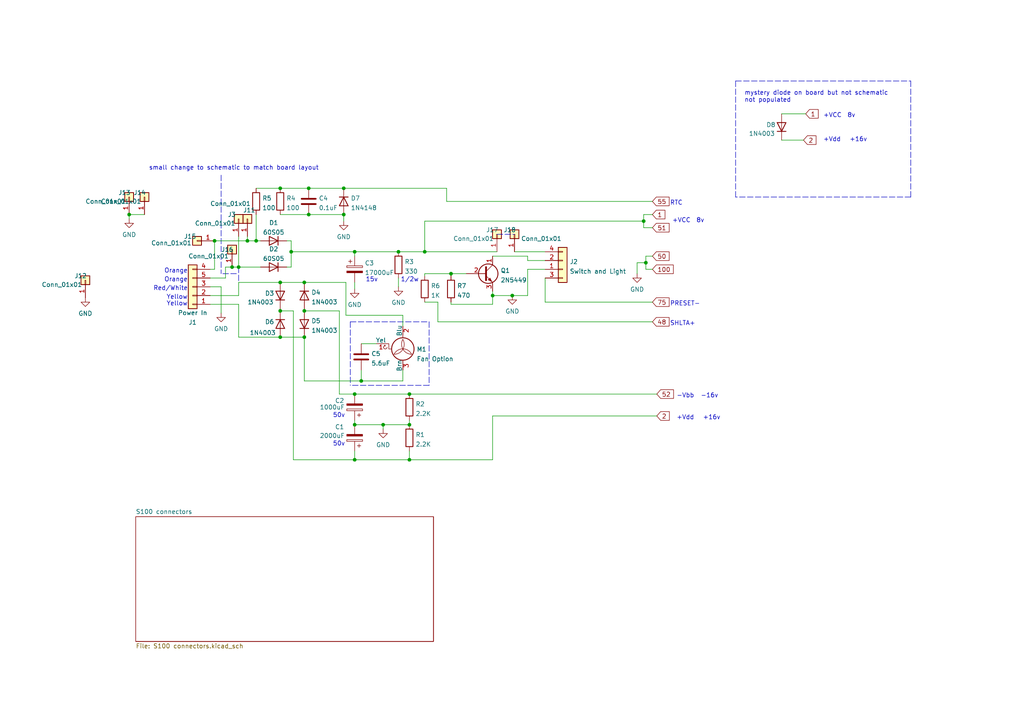
<source format=kicad_sch>
(kicad_sch (version 20211123) (generator eeschema)
  (paper "A4")
  (lib_symbols
    (symbol "Connector_Generic:Conn_01x01" (pin_names (offset 1.016) hide)
      (property "Reference" "J" (at 0 2.54 0))
      (property "Value" "Conn_01x01" (at 0 -2.54 0))
      (symbol "Conn_01x01_1_1"
        (rectangle (start -1.27 0.127) (end 0 -0.127) (stroke (width 0.1524)))
        (rectangle (start -1.27 1.27) (end 1.27 -1.27) (stroke (width 0.254)) (fill (type background)))
        (pin passive line (at -5.08 0 0) (length 3.81) (name "Pin_1") (number "1"))
      )
    )
    (symbol "Connector_Generic:Conn_01x04" (pin_names (offset 1.016) hide)
      (property "Reference" "J2" (at 2.032 -0.3615 0))
      (property "Value" "Switch and Light" (at 2.032 -3.1366 0))
      (symbol "Conn_01x04_1_1"
        (rectangle (start -1.27 -4.953) (end 0 -5.207) (stroke (width 0.1524)))
        (rectangle (start -1.27 -2.413) (end 0 -2.667) (stroke (width 0.1524)))
        (rectangle (start -1.27 0.127) (end 0 -0.127) (stroke (width 0.1524)))
        (rectangle (start -1.27 2.667) (end 0 2.413) (stroke (width 0.1524)))
        (rectangle (start -1.27 3.81) (end 1.27 -6.35) (stroke (width 0.254)) (fill (type background)))
        (pin passive line (at -5.08 -2.54 0) (length 3.81) (name "Pin_1") (number "1"))
        (pin passive line (at -5.08 0 0) (length 3.81) (name "Pin_2") (number "2"))
        (pin passive line (at -5.08 -5.08 0) (length 3.81) (name "Pin_3") (number "3"))
        (pin passive line (at -5.08 2.54 0) (length 3.81) (name "Pin_4") (number "4"))
      )
    )
    (symbol "Connector_Generic:Conn_01x05" (pin_names (offset 1.016) hide)
      (property "Reference" "J1" (at 0 10.3165 0))
      (property "Value" "Power In" (at 0 7.5414 0))
      (symbol "Conn_01x05_1_1"
        (rectangle (start -1.27 -4.953) (end 0 -5.207) (stroke (width 0.1524)))
        (rectangle (start -1.27 -2.413) (end 0 -2.667) (stroke (width 0.1524)))
        (rectangle (start -1.27 0.127) (end 0 -0.127) (stroke (width 0.1524)))
        (rectangle (start -1.27 2.667) (end 0 2.413) (stroke (width 0.1524)))
        (rectangle (start -1.27 5.207) (end 0 4.953) (stroke (width 0.1524)))
        (rectangle (start -1.27 6.35) (end 1.27 -6.35) (stroke (width 0.254)) (fill (type background)))
        (pin passive line (at -5.08 5.08 0) (length 3.81) (name "Pin_1") (number "1"))
        (pin passive line (at -5.08 2.54 0) (length 3.81) (name "Pin_2") (number "2"))
        (pin passive line (at -5.08 0 0) (length 3.81) (name "Pin_3") (number "3"))
        (pin passive line (at -5.08 -5.08 0) (length 3.81) (name "Pin_4") (number "4"))
        (pin passive line (at -5.08 -2.54 0) (length 3.81) (name "Pin_5") (number "5"))
      )
    )
    (symbol "Device:C" (pin_numbers hide) (pin_names (offset 0.254))
      (property "Reference" "C" (at 0.635 2.54 0))
      (property "Value" "C" (at 0.635 -2.54 0))
      (symbol "C_0_1"
        (polyline (pts (xy -2.032 -0.762) (xy 2.032 -0.762)) (stroke (width 0.508)))
        (polyline (pts (xy -2.032 0.762) (xy 2.032 0.762)) (stroke (width 0.508)))
      )
      (symbol "C_1_1"
        (pin passive line (at 0 3.81 270) (length 2.794) (name "~") (number "1"))
        (pin passive line (at 0 -3.81 90) (length 2.794) (name "~") (number "2"))
      )
    )
    (symbol "Device:C_Polarized" (pin_numbers hide) (pin_names (offset 0.254))
      (property "Reference" "C" (at 0.635 2.54 0))
      (property "Value" "C_Polarized" (at 0.635 -2.54 0))
      (symbol "C_Polarized_0_1"
        (rectangle (start -2.286 0.508) (end 2.286 1.016))
        (polyline (pts (xy -1.778 2.286) (xy -0.762 2.286)))
        (polyline (pts (xy -1.27 2.794) (xy -1.27 1.778)))
        (rectangle (start 2.286 -0.508) (end -2.286 -1.016) (fill (type outline)))
      )
      (symbol "C_Polarized_1_1"
        (pin passive line (at 0 3.81 270) (length 2.794) (name "~") (number "1"))
        (pin passive line (at 0 -3.81 90) (length 2.794) (name "~") (number "2"))
      )
    )
    (symbol "Device:R" (pin_numbers hide) (pin_names (offset 0))
      (property "Reference" "R" (at 2.032 0 90))
      (property "Value" "R" (at 0 0 90))
      (symbol "R_0_1"
        (rectangle (start -1.016 -2.54) (end 1.016 2.54) (stroke (width 0.254)))
      )
      (symbol "R_1_1"
        (pin passive line (at 0 3.81 270) (length 1.27) (name "~") (number "1"))
        (pin passive line (at 0 -3.81 90) (length 1.27) (name "~") (number "2"))
      )
    )
    (symbol "Diode:1N4003" (pin_numbers hide) (pin_names (offset 1.016) hide)
      (property "Reference" "D" (at 0 2.54 0))
      (property "Value" "1N4003" (at 0 -2.54 0))
      (symbol "1N4003_0_1"
        (polyline (pts (xy -1.27 1.27) (xy -1.27 -1.27)) (stroke (width 0.254)))
        (polyline (pts (xy 1.27 0) (xy -1.27 0)))
        (polyline (pts (xy 1.27 1.27) (xy 1.27 -1.27) (xy -1.27 0) (xy 1.27 1.27)) (stroke (width 0.254)))
      )
      (symbol "1N4003_1_1"
        (pin passive line (at -3.81 0 0) (length 2.54) (name "K") (number "1"))
        (pin passive line (at 3.81 0 180) (length 2.54) (name "A") (number "2"))
      )
    )
    (symbol "Diode:1N4148" (pin_numbers hide) (pin_names (offset 1.016) hide)
      (property "Reference" "D" (at 0 2.54 0))
      (property "Value" "1N4148" (at 0 -2.54 0))
      (symbol "1N4148_0_1"
        (polyline (pts (xy -1.27 1.27) (xy -1.27 -1.27)) (stroke (width 0.254)))
        (polyline (pts (xy 1.27 0) (xy -1.27 0)))
        (polyline (pts (xy 1.27 1.27) (xy 1.27 -1.27) (xy -1.27 0) (xy 1.27 1.27)) (stroke (width 0.254)))
      )
      (symbol "1N4148_1_1"
        (pin passive line (at -3.81 0 0) (length 2.54) (name "K") (number "1"))
        (pin passive line (at 3.81 0 180) (length 2.54) (name "A") (number "2"))
      )
    )
    (symbol "Evan's misc parts:2N5449" (pin_names (offset 0) hide)
      (property "Reference" "Q" (at 5.08 1.905 0))
      (property "Value" "2N5449" (at 5.08 0 0))
      (symbol "2N5449_0_1"
        (polyline (pts (xy 0.635 0.635) (xy 2.54 2.54)))
        (polyline (pts (xy 0.635 -0.635) (xy 2.54 -2.54) (xy 2.54 -2.54)))
        (polyline (pts (xy 0.635 1.905) (xy 0.635 -1.905) (xy 0.635 -1.905)) (stroke (width 0.508)))
        (polyline (pts (xy 1.27 -1.778) (xy 1.778 -1.27) (xy 2.286 -2.286) (xy 1.27 -1.778) (xy 1.27 -1.778)) (fill (type outline)))
        (circle (center 1.27 0) (radius 2.8194) (stroke (width 0.254)))
      )
      (symbol "2N5449_1_1"
        (pin passive line (at 2.54 5.08 270) (length 2.54) (name "C") (number "1"))
        (pin passive line (at -5.08 0 0) (length 5.715) (name "B") (number "2"))
        (pin passive line (at 2.54 -5.08 90) (length 2.54) (name "E") (number "3"))
      )
    )
    (symbol "Evan's misc parts:60S05" (pin_numbers hide) (pin_names (offset 1.016) hide)
      (property "Reference" "D" (at 0 2.54 0))
      (property "Value" "60S05" (at 0 -2.54 0))
      (symbol "60S05_0_1"
        (polyline (pts (xy -1.27 1.27) (xy -1.27 -1.27)) (stroke (width 0.254)))
        (polyline (pts (xy 1.27 0) (xy -1.27 0)))
        (polyline (pts (xy 1.27 1.27) (xy 1.27 -1.27) (xy -1.27 0) (xy 1.27 1.27)) (stroke (width 0.254)))
      )
      (symbol "60S05_1_1"
        (pin passive line (at -3.81 0 0) (length 2.54) (name "K") (number "1"))
        (pin passive line (at 3.81 0 180) (length 2.54) (name "A") (number "2"))
      )
    )
    (symbol "Motor:Fan_3pin" (pin_names (offset 0))
      (property "Reference" "M?" (at 4.0132 -1.6315 0))
      (property "Value" "Fan_3pin" (at 4.0132 -4.4066 0))
      (symbol "Fan_3pin_0_0"
        (arc (start -5.588 -1.016) (mid -5.08 -1.524) (end -4.572 -1.016))
        (arc (start -5.08 -0.508) (mid -5.4392 -0.6568) (end -5.588 -1.016))
        (polyline (pts (xy -5.08 -0.508) (xy -5.334 -0.381)))
        (polyline (pts (xy -5.08 -0.508) (xy -5.207 -0.762)))
        (polyline (pts (xy -4.064 0) (xy -4.064 -1.524) (xy -3.302 -1.524)))
      )
      (symbol "Fan_3pin_0_1"
        (arc (start -2.54 -3.048) (mid -0.0014 -1.6352) (end 0 1.27))
        (circle (center 0 -1.524) (radius 3.2512) (stroke (width 0.254)))
        (polyline (pts (xy -4.064 0) (xy -5.08 0)))
        (polyline (pts (xy 0 -7.62) (xy 0 -7.112)))
        (polyline (pts (xy 0 -4.7752) (xy 0 -5.1816)))
        (polyline (pts (xy 0 1.7272) (xy 0 2.0828)))
        (polyline (pts (xy 0 2.032) (xy 0 2.54)))
        (arc (start 0 1.27) (mid 0.0468 -1.6085) (end 2.54 -3.048))
        (arc (start 2.54 -3.048) (mid 0 -1.4782) (end -2.54 -3.048))
      )
      (symbol "Fan_3pin_1_1"
        (pin passive line (at -7.62 0 0) (length 2.54) (name "Yel") (number "1"))
        (pin passive line (at 0 5.08 270) (length 2.54) (name "Blu") (number "2"))
        (pin passive line (at 0 -7.62 90) (length 2.54) (name "Brn") (number "3"))
      )
    )
    (symbol "power:GND" (power) (pin_names (offset 0))
      (property "Value" "GND" (at 0 -3.81 0))
      (symbol "GND_0_1"
        (polyline (pts (xy 0 0) (xy 0 -1.27) (xy 1.27 -1.27) (xy 0 -2.54) (xy -1.27 -1.27) (xy 0 -1.27)))
      )
      (symbol "GND_1_1"
        (pin power_in line (at 0 0 270) (length 0) hide (name "GND") (number "1"))
      )
    )
  )
  (junction (at 123.19 73.025))
  (junction (at 102.87 114.3))
  (junction (at 102.87 123.19))
  (junction (at 62.23 69.85))
  (junction (at 111.125 123.19))
  (junction (at 81.28 97.79))
  (junction (at 74.295 69.85))
  (junction (at 142.875 85.725))
  (junction (at 89.535 62.23))
  (junction (at 102.87 133.35))
  (junction (at 81.28 81.915))
  (junction (at 186.69 64.135))
  (junction (at 84.455 73.025))
  (junction (at 102.87 73.025))
  (junction (at 89.535 54.61))
  (junction (at 88.265 90.17))
  (junction (at 81.28 90.17))
  (junction (at 99.695 54.61))
  (junction (at 69.215 77.47))
  (junction (at 118.745 133.35))
  (junction (at 81.28 54.61))
  (junction (at 118.745 123.19))
  (junction (at 115.57 73.025))
  (junction (at 130.81 79.375))
  (junction (at 118.745 114.3))
  (junction (at 99.695 62.23))
  (junction (at 148.59 85.725))
  (junction (at 71.755 69.85))
  (junction (at 187.325 76.2))
  (junction (at 88.265 97.79))
  (junction (at 67.31 77.47))
  (junction (at 88.265 81.915))
  (junction (at 104.775 110.49))
  (junction (at 37.465 62.23))
  (wire (pts (xy 118.745 114.3) (xy 190.5 114.3)))
  (wire (pts (xy 187.325 76.2) (xy 184.785 76.2)))
  (wire (pts (xy 130.81 87.63) (xy 130.81 88.265)))
  (wire (pts (xy 99.695 54.61) (xy 129.54 54.61)))
  (wire (pts (xy 104.775 110.49) (xy 116.84 110.49)))
  (wire (pts (xy 130.81 88.265) (xy 142.875 88.265)))
  (wire (pts (xy 189.23 66.04) (xy 186.69 66.04)))
  (wire (pts (xy 71.755 69.85) (xy 74.295 69.85)))
  (wire (pts (xy 60.96 78.105) (xy 62.23 78.105)))
  (wire (pts (xy 186.69 62.23) (xy 186.69 64.135)))
  (wire (pts (xy 158.115 75.565) (xy 153.035 75.565)))
  (wire (pts (xy 81.28 54.61) (xy 89.535 54.61)))
  (wire (pts (xy 69.215 77.47) (xy 75.565 77.47)))
  (wire (pts (xy 71.755 68.58) (xy 71.755 69.85)))
  (wire (pts (xy 153.035 85.725) (xy 148.59 85.725)))
  (wire (pts (xy 123.19 73.025) (xy 123.19 64.135)))
  (wire (pts (xy 98.425 114.3) (xy 102.87 114.3)))
  (wire (pts (xy 102.87 130.81) (xy 102.87 133.35)))
  (wire (pts (xy 60.96 85.725) (xy 69.215 85.725)))
  (wire (pts (xy 142.875 120.65) (xy 190.5 120.65)))
  (wire (pts (xy 88.265 81.915) (xy 100.33 81.915)))
  (wire (pts (xy 102.87 73.025) (xy 115.57 73.025)))
  (wire (pts (xy 127 87.63) (xy 127 93.345)))
  (wire (pts (xy 99.695 62.23) (xy 99.695 64.135)))
  (wire (pts (xy 142.875 133.35) (xy 142.875 120.65)))
  (wire (pts (xy 88.265 110.49) (xy 104.775 110.49)))
  (wire (pts (xy 187.325 74.295) (xy 187.325 76.2)))
  (wire (pts (xy 123.19 64.135) (xy 186.69 64.135)))
  (wire (pts (xy 69.215 85.725) (xy 69.215 81.915)))
  (wire (pts (xy 65.405 80.645) (xy 65.405 77.47)))
  (wire (pts (xy 83.185 69.85) (xy 84.455 69.85)))
  (wire (pts (xy 129.54 54.61) (xy 129.54 58.42)))
  (wire (pts (xy 102.87 123.19) (xy 102.87 121.92)))
  (wire (pts (xy 104.775 107.315) (xy 104.775 110.49)))
  (wire (pts (xy 111.125 123.19) (xy 111.125 124.46)))
  (polyline (pts (xy 124.46 93.345) (xy 124.46 111.76)))
  (wire (pts (xy 74.295 62.23) (xy 74.295 69.85)))
  (wire (pts (xy 102.87 83.82) (xy 102.87 81.915)))
  (wire (pts (xy 104.775 99.695) (xy 109.22 99.695)))
  (wire (pts (xy 84.455 77.47) (xy 83.185 77.47)))
  (wire (pts (xy 102.87 114.3) (xy 118.745 114.3)))
  (wire (pts (xy 102.87 133.35) (xy 118.745 133.35)))
  (wire (pts (xy 98.425 90.17) (xy 98.425 114.3)))
  (wire (pts (xy 88.265 90.17) (xy 88.265 89.535)))
  (wire (pts (xy 102.87 73.025) (xy 102.87 74.295)))
  (wire (pts (xy 84.455 73.025) (xy 84.455 77.47)))
  (wire (pts (xy 153.035 75.565) (xy 153.035 74.295)))
  (wire (pts (xy 189.23 74.295) (xy 187.325 74.295)))
  (wire (pts (xy 88.265 90.17) (xy 98.425 90.17)))
  (wire (pts (xy 187.325 76.2) (xy 187.325 78.105)))
  (wire (pts (xy 186.69 66.04) (xy 186.69 64.135)))
  (wire (pts (xy 144.145 73.025) (xy 123.19 73.025)))
  (wire (pts (xy 118.745 121.92) (xy 118.745 123.19)))
  (wire (pts (xy 158.115 80.645) (xy 158.115 87.63)))
  (wire (pts (xy 64.135 83.185) (xy 64.135 90.805)))
  (wire (pts (xy 74.295 54.61) (xy 81.28 54.61)))
  (wire (pts (xy 62.23 78.105) (xy 62.23 69.85)))
  (wire (pts (xy 88.265 97.79) (xy 88.265 110.49)))
  (wire (pts (xy 118.745 133.35) (xy 142.875 133.35)))
  (wire (pts (xy 116.84 110.49) (xy 116.84 107.315)))
  (wire (pts (xy 233.68 33.02) (xy 226.695 33.02)))
  (wire (pts (xy 85.09 90.17) (xy 81.28 90.17)))
  (wire (pts (xy 111.125 123.19) (xy 118.745 123.19)))
  (wire (pts (xy 115.57 73.025) (xy 123.19 73.025)))
  (wire (pts (xy 84.455 69.85) (xy 84.455 73.025)))
  (wire (pts (xy 81.28 81.915) (xy 88.265 81.915)))
  (wire (pts (xy 69.215 97.79) (xy 81.28 97.79)))
  (polyline (pts (xy 213.36 23.495) (xy 213.36 57.15)))
  (wire (pts (xy 187.325 78.105) (xy 189.23 78.105)))
  (polyline (pts (xy 213.36 23.495) (xy 264.16 23.495)))
  (wire (pts (xy 65.405 77.47) (xy 67.31 77.47)))
  (polyline (pts (xy 124.46 111.76) (xy 101.6 111.76)))
  (wire (pts (xy 69.215 81.915) (xy 81.28 81.915)))
  (polyline (pts (xy 64.135 50.8) (xy 64.135 79.375)))
  (wire (pts (xy 81.28 62.23) (xy 89.535 62.23)))
  (wire (pts (xy 89.535 62.23) (xy 99.695 62.23)))
  (wire (pts (xy 74.295 69.85) (xy 75.565 69.85)))
  (wire (pts (xy 158.115 78.105) (xy 153.035 78.105)))
  (polyline (pts (xy 144.145 67.945) (xy 149.225 67.945)))
  (wire (pts (xy 153.035 78.105) (xy 153.035 85.725)))
  (polyline (pts (xy 101.6 93.345) (xy 124.46 93.345)))
  (wire (pts (xy 135.255 79.375) (xy 130.81 79.375)))
  (wire (pts (xy 142.875 85.725) (xy 142.875 84.455)))
  (wire (pts (xy 127 93.345) (xy 189.23 93.345)))
  (wire (pts (xy 142.875 88.265) (xy 142.875 85.725)))
  (wire (pts (xy 60.96 83.185) (xy 64.135 83.185)))
  (wire (pts (xy 84.455 73.025) (xy 102.87 73.025)))
  (wire (pts (xy 233.045 40.64) (xy 226.695 40.64)))
  (wire (pts (xy 148.59 85.725) (xy 142.875 85.725)))
  (wire (pts (xy 123.19 87.63) (xy 127 87.63)))
  (wire (pts (xy 123.19 79.375) (xy 123.19 80.01)))
  (wire (pts (xy 118.745 133.35) (xy 118.745 130.81)))
  (wire (pts (xy 100.33 81.915) (xy 100.33 91.44)))
  (wire (pts (xy 69.215 88.265) (xy 69.215 97.79)))
  (wire (pts (xy 81.28 90.17) (xy 81.28 89.535)))
  (wire (pts (xy 69.215 68.58) (xy 69.215 77.47)))
  (wire (pts (xy 85.09 133.35) (xy 85.09 90.17)))
  (polyline (pts (xy 101.6 93.345) (xy 101.6 111.76)))
  (wire (pts (xy 153.035 74.295) (xy 142.875 74.295)))
  (wire (pts (xy 158.115 73.025) (xy 149.225 73.025)))
  (wire (pts (xy 130.81 79.375) (xy 123.19 79.375)))
  (wire (pts (xy 37.465 62.23) (xy 41.91 62.23)))
  (wire (pts (xy 100.33 91.44) (xy 116.84 91.44)))
  (wire (pts (xy 67.31 77.47) (xy 69.215 77.47)))
  (wire (pts (xy 158.115 87.63) (xy 189.23 87.63)))
  (polyline (pts (xy 69.215 77.47) (xy 69.215 81.915)))
  (wire (pts (xy 37.465 62.23) (xy 37.465 63.5)))
  (wire (pts (xy 130.81 79.375) (xy 130.81 80.01)))
  (wire (pts (xy 89.535 54.61) (xy 99.695 54.61)))
  (polyline (pts (xy 264.16 23.495) (xy 264.16 57.15)))
  (wire (pts (xy 60.96 80.645) (xy 65.405 80.645)))
  (wire (pts (xy 115.57 83.185) (xy 115.57 80.645)))
  (wire (pts (xy 102.87 123.19) (xy 111.125 123.19)))
  (wire (pts (xy 60.96 88.265) (xy 69.215 88.265)))
  (wire (pts (xy 81.28 97.79) (xy 88.265 97.79)))
  (wire (pts (xy 184.785 76.2) (xy 184.785 79.375)))
  (wire (pts (xy 116.84 91.44) (xy 116.84 94.615)))
  (polyline (pts (xy 264.16 57.15) (xy 213.36 57.15)))
  (wire (pts (xy 189.23 62.23) (xy 186.69 62.23)))
  (wire (pts (xy 102.87 133.35) (xy 85.09 133.35)))
  (wire (pts (xy 62.23 69.85) (xy 71.755 69.85)))
  (wire (pts (xy 129.54 58.42) (xy 189.23 58.42)))
  (polyline (pts (xy 68.58 79.375) (xy 64.135 79.375)))
  (text "+Vdd" (at 238.76 41.275 0) (effects (font (size 1.27 1.27)) (justify left bottom)))
  (text "8v" (at 201.93 64.77 0) (effects (font (size 1.27 1.27)) (justify left bottom)))
  (text "+16v" (at 203.835 121.92 0) (effects (font (size 1.27 1.27)) (justify left bottom)))
  (text "15v" (at 106.045 81.915 0) (effects (font (size 1.27 1.27)) (justify left bottom)))
  (text "Red/White" (at 44.45 84.455 0) (effects (font (size 1.27 1.27)) (justify left bottom)))
  (text "Yellow" (at 48.26 88.9 0) (effects (font (size 1.27 1.27)) (justify left bottom)))
  (text "Yellow" (at 48.26 86.995 0) (effects (font (size 1.27 1.27)) (justify left bottom)))
  (text "+VCC" (at 238.76 34.29 0) (effects (font (size 1.27 1.27)) (justify left bottom)))
  (text "-Vbb" (at 196.215 115.57 0) (effects (font (size 1.27 1.27)) (justify left bottom)))
  (text "50v" (at 96.52 121.285 0) (effects (font (size 1.27 1.27)) (justify left bottom)))
  (text "RTC" (at 194.31 59.69 0) (effects (font (size 1.27 1.27)) (justify left bottom)))
  (text "8v" (at 245.745 34.29 0) (effects (font (size 1.27 1.27)) (justify left bottom)))
  (text "Orange" (at 47.625 79.375 0) (effects (font (size 1.27 1.27)) (justify left bottom)))
  (text "1/2w" (at 116.205 81.915 0) (effects (font (size 1.27 1.27)) (justify left bottom)))
  (text "50v" (at 96.52 129.54 0) (effects (font (size 1.27 1.27)) (justify left bottom)))
  (text "+Vdd" (at 196.215 121.92 0) (effects (font (size 1.27 1.27)) (justify left bottom)))
  (text "mystery diode on board but not schematic\nnot populated" (at 215.9 29.845 0) (effects (font (size 1.27 1.27)) (justify left bottom)))
  (text "Orange" (at 47.625 81.915 0) (effects (font (size 1.27 1.27)) (justify left bottom)))
  (text "-16v" (at 203.2 115.57 0) (effects (font (size 1.27 1.27)) (justify left bottom)))
  (text "SHLTA+" (at 194.31 94.615 0) (effects (font (size 1.27 1.27)) (justify left bottom)))
  (text "PRESET-" (at 194.31 88.9 0) (effects (font (size 1.27 1.27)) (justify left bottom)))
  (text "+VCC" (at 194.945 64.77 0) (effects (font (size 1.27 1.27)) (justify left bottom)))
  (text "+16v" (at 246.38 41.275 0) (effects (font (size 1.27 1.27)) (justify left bottom)))
  (text "small change to schematic to match board layout" (at 43.18 49.53 0) (effects (font (size 1.27 1.27)) (justify left bottom)))
  (global_label "2" (shape input) (at 190.5 120.65 0) (property "Intersheet References" "${INTERSHEET_REFS}" (effects hide)))
  (global_label "1" (shape input) (at 189.23 62.23 0) (property "Intersheet References" "${INTERSHEET_REFS}" (effects hide)))
  (global_label "52" (shape input) (at 190.5 114.3 0) (property "Intersheet References" "${INTERSHEET_REFS}" (effects hide)))
  (global_label "2" (shape input) (at 233.045 40.64 0) (property "Intersheet References" "${INTERSHEET_REFS}" (effects hide)))
  (global_label "55" (shape input) (at 189.23 58.42 0) (property "Intersheet References" "${INTERSHEET_REFS}" (effects hide)))
  (global_label "75" (shape input) (at 189.23 87.63 0) (property "Intersheet References" "${INTERSHEET_REFS}" (effects hide)))
  (global_label "50" (shape input) (at 189.23 74.295 0) (property "Intersheet References" "${INTERSHEET_REFS}" (effects hide)))
  (global_label "48" (shape input) (at 189.23 93.345 0) (property "Intersheet References" "${INTERSHEET_REFS}" (effects hide)))
  (global_label "100" (shape input) (at 189.23 78.105 0) (property "Intersheet References" "${INTERSHEET_REFS}" (effects hide)))
  (global_label "51" (shape input) (at 189.23 66.04 0) (property "Intersheet References" "${INTERSHEET_REFS}" (effects hide)))
  (global_label "1" (shape input) (at 233.68 33.02 0) (property "Intersheet References" "${INTERSHEET_REFS}" (effects hide)))
  (symbol (lib_id "Evan's misc parts:60S05") (at 79.375 69.85 180) (unit 1)
    (property "Reference" "D1" (at 79.375 64.6135 0))
    (property "Value" "60S05" (at 79.375 67.3886 0))
    (property "Footprint" "Diode_THT:D_DO-201AD_P15.24mm_Horizontal" (effects hide))
  )
  (symbol (lib_id "Device:R") (at 118.745 118.11 0) (unit 1)
    (property "Reference" "R2" (at 120.523 117.2015 0) (effects (justify left)))
    (property "Value" "2.2K" (at 120.523 119.9766 0) (effects (justify left)))
    (property "Footprint" "Resistor_THT:R_Axial_DIN0207_L6.3mm_D2.5mm_P15.24mm_Horizontal" (effects hide))
  )
  (symbol (lib_id "Connector_Generic:Conn_01x01") (at 71.755 63.5 90) (unit 1)
    (property "Reference" "J11" (at 70.485 60.96 90) (effects (justify right)))
    (property "Value" "Conn_01x01" (at 60.96 59.055 90) (effects (justify right)))
    (property "Footprint" "Connector_Pin:Pin_D1.0mm_L10.0mm" (effects hide))
  )
  (symbol (lib_id "Connector_Generic:Conn_01x01") (at 24.765 81.28 90) (unit 1)
    (property "Reference" "J12" (at 21.59 80.01 90) (effects (justify right)))
    (property "Value" "Conn_01x01" (at 12.065 82.55 90) (effects (justify right)))
    (property "Footprint" "Connector_Pin:Pin_D1.0mm_L10.0mm" (effects hide))
  )
  (symbol (lib_id "Motor:Fan_3pin") (at 116.84 99.695 0) (unit 1) (on_board no)
    (property "Reference" "M1" (at 120.8532 101.3265 0) (effects (justify left)))
    (property "Value" "Fan Option" (at 120.8532 104.1016 0) (effects (justify left)))
    (property "Datasheet" "http://www.hardwarecanucks.com/forum/attachments/new-builds/16287d1330775095-help-chassis-power-fan-connectors-motherboard-asus_p8z68.jpg" (effects hide))
  )
  (symbol (lib_id "Diode:1N4003") (at 81.28 85.725 90) (unit 1)
    (property "Reference" "D3" (at 76.835 85.09 90) (effects (justify right)))
    (property "Value" "1N4003" (at 71.755 87.63 90) (effects (justify right)))
    (property "Footprint" "Diode_THT:D_DO-41_SOD81_P10.16mm_Horizontal" (effects hide))
    (property "Datasheet" "http://www.vishay.com/docs/88503/1n4001.pdf" (effects hide))
  )
  (symbol (lib_id "power:GND") (at 102.87 83.82 0) (unit 1)
    (property "Reference" "#PWR0103" (effects hide))
    (property "Value" "GND" (at 102.87 88.3825 0))
  )
  (symbol (lib_id "power:GND") (at 184.785 79.375 0) (unit 1)
    (property "Reference" "#PWR0105" (effects hide))
    (property "Value" "GND" (at 184.785 83.9375 0))
  )
  (symbol (lib_id "Connector_Generic:Conn_01x01") (at 41.91 57.15 90) (unit 1)
    (property "Reference" "J14" (at 38.735 55.88 90) (effects (justify right)))
    (property "Value" "Conn_01x01" (at 29.21 58.42 90) (effects (justify right)))
    (property "Footprint" "Connector_Pin:Pin_D1.0mm_L10.0mm" (effects hide))
  )
  (symbol (lib_id "Device:C_Polarized") (at 102.87 127 180) (unit 1)
    (property "Reference" "C1" (at 97.155 123.825 0) (effects (justify right)))
    (property "Value" "2000uF" (at 92.71 126.365 0) (effects (justify right)))
    (property "Footprint" "Capacitor_THT:CP_Axial_L67.0mm_D26.0mm_P75.00mm_Horizontal" (effects hide))
  )
  (symbol (lib_id "power:GND") (at 64.135 90.805 0) (unit 1)
    (property "Reference" "#PWR0106" (effects hide))
    (property "Value" "GND" (at 64.135 95.3675 0))
  )
  (symbol (lib_id "Connector_Generic:Conn_01x01") (at 69.215 63.5 90) (unit 1)
    (property "Reference" "J3" (at 66.04 62.23 90) (effects (justify right)))
    (property "Value" "Conn_01x01" (at 56.515 64.77 90) (effects (justify right)))
    (property "Footprint" "Connector_Pin:Pin_D1.0mm_L10.0mm" (effects hide))
  )
  (symbol (lib_id "Device:C_Polarized") (at 102.87 118.11 180) (unit 1)
    (property "Reference" "C2" (at 97.155 116.205 0) (effects (justify right)))
    (property "Value" "1000uF" (at 92.71 118.11 0) (effects (justify right)))
    (property "Footprint" "Capacitor_THT:CP_Axial_L67.0mm_D23.0mm_P75.00mm_Horizontal" (effects hide))
  )
  (symbol (lib_id "Connector_Generic:Conn_01x01") (at 37.465 57.15 90) (unit 1)
    (property "Reference" "J13" (at 34.29 55.88 90) (effects (justify right)))
    (property "Value" "Conn_01x01" (at 24.765 58.42 90) (effects (justify right)))
    (property "Footprint" "Connector_Pin:Pin_D1.0mm_L10.0mm" (effects hide))
  )
  (symbol (lib_id "Device:C_Polarized") (at 102.87 78.105 0) (unit 1)
    (property "Reference" "C3" (at 105.791 76.3075 0) (effects (justify left)))
    (property "Value" "17000uF" (at 105.791 79.0826 0) (effects (justify left)))
    (property "Footprint" "Evan's misc parts:CP_Radial_D35.0mm_P12.90mm_SnapIn" (effects hide))
  )
  (symbol (lib_id "Diode:1N4003") (at 88.265 93.98 90) (unit 1)
    (property "Reference" "D5" (at 90.297 93.0715 90) (effects (justify right)))
    (property "Value" "1N4003" (at 90.297 95.8466 90) (effects (justify right)))
    (property "Footprint" "Diode_THT:D_DO-41_SOD81_P10.16mm_Horizontal" (effects hide))
    (property "Datasheet" "http://www.vishay.com/docs/88503/1n4001.pdf" (effects hide))
  )
  (symbol (lib_id "Evan's misc parts:60S05") (at 79.375 77.47 180) (unit 1)
    (property "Reference" "D2" (at 79.375 72.2335 0))
    (property "Value" "60S05" (at 79.375 75.0086 0))
    (property "Footprint" "Diode_THT:D_DO-201AD_P15.24mm_Horizontal" (effects hide))
  )
  (symbol (lib_id "Device:C") (at 89.535 58.42 0) (unit 1)
    (property "Reference" "C4" (at 92.456 57.5115 0) (effects (justify left)))
    (property "Value" "0.1uF" (at 92.456 60.2866 0) (effects (justify left)))
    (property "Footprint" "Capacitor_THT:C_Rect_L11.0mm_W3.4mm_P10.00mm_MKT" (effects hide))
  )
  (symbol (lib_id "power:GND") (at 37.465 63.5 0) (unit 1)
    (property "Reference" "#PWR0107" (effects hide))
    (property "Value" "GND" (at 37.465 68.0625 0))
  )
  (symbol (lib_id "power:GND") (at 111.125 124.46 0) (unit 1)
    (property "Reference" "#PWR0101" (effects hide))
    (property "Value" "GND" (at 111.125 129.0225 0))
  )
  (symbol (lib_id "power:GND") (at 24.765 86.36 0) (unit 1)
    (property "Reference" "#PWR0108" (effects hide))
    (property "Value" "GND" (at 24.765 90.9225 0))
  )
  (symbol (lib_id "Connector_Generic:Conn_01x01") (at 144.145 67.945 90) (unit 1)
    (property "Reference" "J17" (at 140.97 66.675 90) (effects (justify right)))
    (property "Value" "Conn_01x01" (at 131.445 69.215 90) (effects (justify right)))
    (property "Footprint" "Connector_Pin:Pin_D1.0mm_L10.0mm" (effects hide))
  )
  (symbol (lib_id "power:GND") (at 99.695 64.135 0) (unit 1)
    (property "Reference" "#PWR0104" (effects hide))
    (property "Value" "GND" (at 99.695 68.6975 0))
  )
  (symbol (lib_id "Device:R") (at 130.81 83.82 0) (unit 1)
    (property "Reference" "R7" (at 132.588 82.9115 0) (effects (justify left)))
    (property "Value" "470" (at 132.588 85.6866 0) (effects (justify left)))
    (property "Footprint" "Resistor_THT:R_Axial_DIN0309_L9.0mm_D3.2mm_P12.70mm_Horizontal" (effects hide))
  )
  (symbol (lib_id "Connector_Generic:Conn_01x01") (at 67.31 72.39 90) (unit 1)
    (property "Reference" "J16" (at 64.135 72.39 90) (effects (justify right)))
    (property "Value" "Conn_01x01" (at 54.61 74.295 90) (effects (justify right)))
    (property "Footprint" "Connector_Pin:Pin_D1.0mm_L10.0mm" (effects hide))
  )
  (symbol (lib_id "Device:C") (at 104.775 103.505 0) (unit 1) (on_board no)
    (property "Reference" "C5" (at 107.696 102.5965 0) (effects (justify left)))
    (property "Value" "5.6uF" (at 107.696 105.3716 0) (effects (justify left)))
  )
  (symbol (lib_id "Device:R") (at 81.28 58.42 0) (unit 1)
    (property "Reference" "R4" (at 83.058 57.5115 0) (effects (justify left)))
    (property "Value" "100" (at 83.058 60.2866 0) (effects (justify left)))
    (property "Footprint" "Resistor_THT:R_Axial_DIN0207_L6.3mm_D2.5mm_P10.16mm_Horizontal" (effects hide))
  )
  (symbol (lib_id "power:GND") (at 115.57 83.185 0) (unit 1)
    (property "Reference" "#PWR0102" (effects hide))
    (property "Value" "GND" (at 115.57 87.7475 0))
  )
  (symbol (lib_id "Device:R") (at 74.295 58.42 0) (unit 1)
    (property "Reference" "R5" (at 76.073 57.5115 0) (effects (justify left)))
    (property "Value" "100" (at 76.073 60.2866 0) (effects (justify left)))
    (property "Footprint" "Resistor_THT:R_Axial_DIN0207_L6.3mm_D2.5mm_P10.16mm_Horizontal" (effects hide))
  )
  (symbol (lib_id "Diode:1N4003") (at 88.265 85.725 270) (unit 1)
    (property "Reference" "D4" (at 90.297 84.8165 90) (effects (justify left)))
    (property "Value" "1N4003" (at 90.297 87.5916 90) (effects (justify left)))
    (property "Footprint" "Diode_THT:D_DO-41_SOD81_P10.16mm_Horizontal" (effects hide))
    (property "Datasheet" "http://www.vishay.com/docs/88503/1n4001.pdf" (effects hide))
  )
  (symbol (lib_id "Device:R") (at 115.57 76.835 0) (unit 1)
    (property "Reference" "R3" (at 117.348 75.9265 0) (effects (justify left)))
    (property "Value" "330" (at 117.348 78.7016 0) (effects (justify left)))
    (property "Footprint" "Resistor_THT:R_Axial_DIN0411_L9.9mm_D3.6mm_P15.24mm_Horizontal" (effects hide))
  )
  (symbol (lib_id "Device:R") (at 123.19 83.82 0) (unit 1)
    (property "Reference" "R6" (at 124.968 82.9115 0) (effects (justify left)))
    (property "Value" "1K" (at 124.968 85.6866 0) (effects (justify left)))
    (property "Footprint" "Resistor_THT:R_Axial_DIN0309_L9.0mm_D3.2mm_P12.70mm_Horizontal" (effects hide))
  )
  (symbol (lib_id "Diode:1N4003") (at 81.28 93.98 270) (unit 1)
    (property "Reference" "D6" (at 76.835 93.345 90) (effects (justify left)))
    (property "Value" "1N4003" (at 72.39 96.52 90) (effects (justify left)))
    (property "Footprint" "Diode_THT:D_DO-41_SOD81_P10.16mm_Horizontal" (effects hide))
    (property "Datasheet" "http://www.vishay.com/docs/88503/1n4001.pdf" (effects hide))
  )
  (symbol (lib_id "Device:R") (at 118.745 127 180) (unit 1)
    (property "Reference" "R1" (at 120.523 126.0915 0) (effects (justify right)))
    (property "Value" "2.2K" (at 120.523 128.8666 0) (effects (justify right)))
    (property "Footprint" "Resistor_THT:R_Axial_DIN0207_L6.3mm_D2.5mm_P15.24mm_Horizontal" (effects hide))
  )
  (symbol (lib_id "Diode:1N4148") (at 99.695 58.42 270) (unit 1)
    (property "Reference" "D7" (at 101.727 57.5115 90) (effects (justify left)))
    (property "Value" "1N4148" (at 101.727 60.2866 90) (effects (justify left)))
    (property "Footprint" "Diode_THT:D_DO-35_SOD27_P7.62mm_Horizontal" (effects hide))
    (property "Datasheet" "https://assets.nexperia.com/documents/data-sheet/1N4148_1N4448.pdf" (effects hide))
  )
  (symbol (lib_id "Connector_Generic:Conn_01x05") (at 55.88 83.185 180) (unit 1)
    (property "Reference" "J1" (at 55.88 93.5015 0))
    (property "Value" "Power In" (at 55.88 90.7264 0))
    (property "Footprint" "Evan's misc parts:5 pin inline molex 0.93" (effects hide))
  )
  (symbol (lib_id "power:GND") (at 148.59 85.725 0) (unit 1)
    (property "Reference" "#PWR0109" (effects hide))
    (property "Value" "GND" (at 148.59 90.2875 0))
  )
  (symbol (lib_id "Diode:1N4003") (at 226.695 36.83 90) (unit 1)
    (property "Reference" "D8" (at 222.25 36.195 90) (effects (justify right)))
    (property "Value" "1N4003" (at 217.17 38.735 90) (effects (justify right)))
    (property "Footprint" "Diode_THT:D_DO-41_SOD81_P10.16mm_Horizontal" (effects hide))
    (property "Datasheet" "http://www.vishay.com/docs/88503/1n4001.pdf" (effects hide))
  )
  (symbol (lib_id "Connector_Generic:Conn_01x01") (at 149.225 67.945 90) (unit 1)
    (property "Reference" "J18" (at 146.05 66.675 90) (effects (justify right)))
    (property "Value" "Conn_01x01" (at 151.13 69.215 90) (effects (justify right)))
    (property "Footprint" "Connector_Pin:Pin_D1.0mm_L10.0mm" (effects hide))
  )
  (symbol (lib_id "Connector_Generic:Conn_01x01") (at 57.15 69.85 180) (unit 1)
    (property "Reference" "J15" (at 53.34 68.58 0) (effects (justify right)))
    (property "Value" "Conn_01x01" (at 43.815 70.485 0) (effects (justify right)))
    (property "Footprint" "Connector_Pin:Pin_D1.0mm_L10.0mm" (effects hide))
  )
  (symbol (lib_id "Connector_Generic:Conn_01x04") (at 163.195 75.565 0) (unit 1)
    (property "Reference" "J2" (at 165.227 75.9265 0) (effects (justify left)))
    (property "Value" "Switch and Light" (at 165.227 78.7016 0) (effects (justify left)))
    (property "Footprint" "Connector_Molex:Molex_KK-396_A-41791-0004_1x04_P3.96mm_Vertical" (effects hide))
  )
  (symbol (lib_id "Evan's misc parts:2N5449") (at 140.335 79.375 0) (unit 1)
    (property "Reference" "Q1" (at 145.1864 78.4665 0) (effects (justify left)))
    (property "Value" "2N5449" (at 145.1864 81.2416 0) (effects (justify left)))
    (property "Footprint" "Package_TO_SOT_THT:TO-92_Wide" (effects hide))
  )
  (sheet (at 39.37 149.86) (size 86.36 36.195) (stroke (width 0.1524))
    (property "Sheet name" "S100 connectors" (at 39.37 149.1484 0) (effects (justify left bottom)))
    (property "Sheet file" "S100 connectors.kicad_sch" (at 39.37 186.6396 0) (effects (justify left top)))
  )
)
</source>
